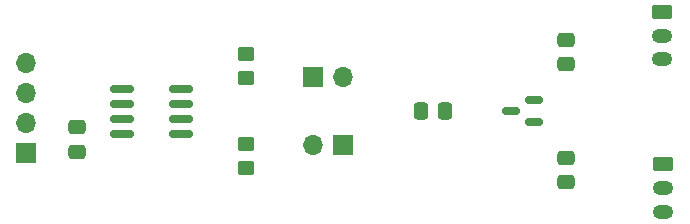
<source format=gts>
G04 #@! TF.GenerationSoftware,KiCad,Pcbnew,7.0.9-1.fc39*
G04 #@! TF.CreationDate,2023-11-14T16:16:57+02:00*
G04 #@! TF.ProjectId,CAN_transceiver_module,43414e5f-7472-4616-9e73-636569766572,v1.0*
G04 #@! TF.SameCoordinates,Original*
G04 #@! TF.FileFunction,Soldermask,Top*
G04 #@! TF.FilePolarity,Negative*
%FSLAX46Y46*%
G04 Gerber Fmt 4.6, Leading zero omitted, Abs format (unit mm)*
G04 Created by KiCad (PCBNEW 7.0.9-1.fc39) date 2023-11-14 16:16:57*
%MOMM*%
%LPD*%
G01*
G04 APERTURE LIST*
G04 Aperture macros list*
%AMRoundRect*
0 Rectangle with rounded corners*
0 $1 Rounding radius*
0 $2 $3 $4 $5 $6 $7 $8 $9 X,Y pos of 4 corners*
0 Add a 4 corners polygon primitive as box body*
4,1,4,$2,$3,$4,$5,$6,$7,$8,$9,$2,$3,0*
0 Add four circle primitives for the rounded corners*
1,1,$1+$1,$2,$3*
1,1,$1+$1,$4,$5*
1,1,$1+$1,$6,$7*
1,1,$1+$1,$8,$9*
0 Add four rect primitives between the rounded corners*
20,1,$1+$1,$2,$3,$4,$5,0*
20,1,$1+$1,$4,$5,$6,$7,0*
20,1,$1+$1,$6,$7,$8,$9,0*
20,1,$1+$1,$8,$9,$2,$3,0*%
G04 Aperture macros list end*
%ADD10R,1.700000X1.700000*%
%ADD11O,1.700000X1.700000*%
%ADD12RoundRect,0.250000X-0.625000X0.350000X-0.625000X-0.350000X0.625000X-0.350000X0.625000X0.350000X0*%
%ADD13O,1.750000X1.200000*%
%ADD14RoundRect,0.250000X-0.337500X-0.475000X0.337500X-0.475000X0.337500X0.475000X-0.337500X0.475000X0*%
%ADD15RoundRect,0.150000X0.587500X0.150000X-0.587500X0.150000X-0.587500X-0.150000X0.587500X-0.150000X0*%
%ADD16RoundRect,0.250000X-0.475000X0.337500X-0.475000X-0.337500X0.475000X-0.337500X0.475000X0.337500X0*%
%ADD17RoundRect,0.150000X-0.825000X-0.150000X0.825000X-0.150000X0.825000X0.150000X-0.825000X0.150000X0*%
%ADD18RoundRect,0.250000X0.475000X-0.337500X0.475000X0.337500X-0.475000X0.337500X-0.475000X-0.337500X0*%
%ADD19RoundRect,0.250000X0.450000X-0.350000X0.450000X0.350000X-0.450000X0.350000X-0.450000X-0.350000X0*%
%ADD20RoundRect,0.250000X-0.450000X0.350000X-0.450000X-0.350000X0.450000X-0.350000X0.450000X0.350000X0*%
G04 APERTURE END LIST*
D10*
X128175000Y-102900000D03*
D11*
X125635000Y-102900000D03*
X128165000Y-97100000D03*
D10*
X125625000Y-97100000D03*
D12*
X155250000Y-91600000D03*
D13*
X155250000Y-93600000D03*
X155250000Y-95600000D03*
D14*
X136837500Y-100000000D03*
X134762500Y-100000000D03*
D15*
X144337500Y-100950000D03*
X144337500Y-99050000D03*
X142462500Y-100000000D03*
D16*
X105700000Y-101362500D03*
X105700000Y-103437500D03*
D17*
X109525000Y-98095000D03*
X109525000Y-99365000D03*
X109525000Y-100635000D03*
X109525000Y-101905000D03*
X114475000Y-101905000D03*
X114475000Y-100635000D03*
X114475000Y-99365000D03*
X114475000Y-98095000D03*
D18*
X147100000Y-106037500D03*
X147100000Y-103962500D03*
D19*
X120000000Y-102800000D03*
X120000000Y-104800000D03*
D12*
X155300000Y-104500000D03*
D13*
X155300000Y-106500000D03*
X155300000Y-108500000D03*
D18*
X147100000Y-96037500D03*
X147100000Y-93962500D03*
D10*
X101400000Y-103500000D03*
D11*
X101400000Y-100960000D03*
X101400000Y-98420000D03*
X101400000Y-95880000D03*
D20*
X120000000Y-97200000D03*
X120000000Y-95200000D03*
M02*

</source>
